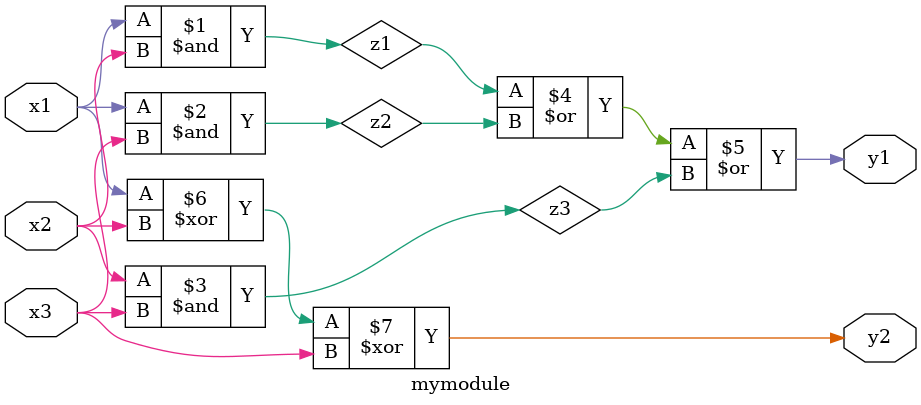
<source format=v>
module mymodule(y1,y2,x1,x2,x3);
	output y1,y2;
	input x1,x2,x3;
	wire z1,z2,z3;
		and(z1,x1,x2);
		and(z2,x1,x3);
		and(z3,x2,x3);
		or(y1,z1,z2,z3);
		
		xor(y2,x1,x2,x3);
endmodule
</source>
